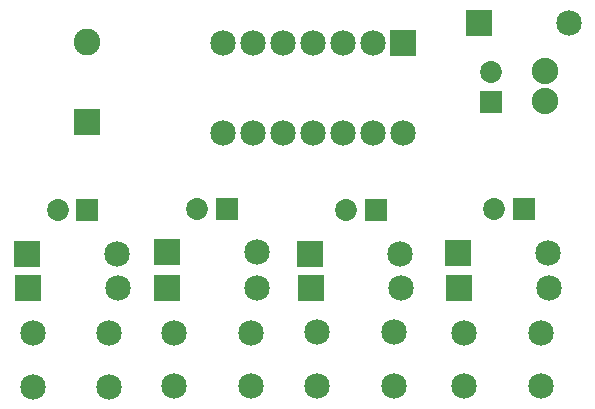
<source format=gts>
G04 MADE WITH FRITZING*
G04 WWW.FRITZING.ORG*
G04 DOUBLE SIDED*
G04 HOLES PLATED*
G04 CONTOUR ON CENTER OF CONTOUR VECTOR*
%ASAXBY*%
%FSLAX23Y23*%
%MOIN*%
%OFA0B0*%
%SFA1.0B1.0*%
%ADD10C,0.085000*%
%ADD11C,0.072992*%
%ADD12C,0.088000*%
%ADD13C,0.088833*%
%ADD14R,0.085000X0.085000*%
%ADD15R,0.072992X0.072992*%
%ADD16R,0.088819X0.088847*%
%LNMASK1*%
G90*
G70*
G54D10*
X1346Y1238D03*
X1346Y938D03*
X1246Y1238D03*
X1246Y938D03*
X1146Y1238D03*
X1146Y938D03*
X1046Y1238D03*
X1046Y938D03*
X946Y1238D03*
X946Y938D03*
X846Y1238D03*
X846Y938D03*
X746Y1238D03*
X746Y938D03*
G54D11*
X1254Y684D03*
X1156Y684D03*
X758Y685D03*
X659Y685D03*
X292Y682D03*
X194Y682D03*
X1748Y687D03*
X1649Y687D03*
G54D10*
X839Y95D03*
X583Y95D03*
X839Y272D03*
X583Y272D03*
X1315Y97D03*
X1059Y97D03*
X1315Y275D03*
X1059Y275D03*
X1806Y97D03*
X1550Y97D03*
X1806Y274D03*
X1550Y274D03*
X367Y94D03*
X111Y94D03*
X367Y271D03*
X111Y271D03*
X1530Y538D03*
X1830Y538D03*
X1035Y537D03*
X1335Y537D03*
X558Y541D03*
X858Y541D03*
X1532Y423D03*
X1832Y423D03*
X1039Y423D03*
X1339Y423D03*
X559Y423D03*
X859Y423D03*
X96Y424D03*
X396Y424D03*
X92Y535D03*
X392Y535D03*
G54D12*
X1818Y1046D03*
X1818Y1146D03*
G54D11*
X1639Y1044D03*
X1639Y1142D03*
G54D10*
X1598Y1307D03*
X1898Y1307D03*
G54D13*
X291Y976D03*
X291Y1244D03*
G54D14*
X1346Y1238D03*
G54D15*
X1254Y684D03*
X758Y685D03*
X292Y682D03*
X1748Y687D03*
G54D14*
X1530Y538D03*
X1035Y537D03*
X558Y541D03*
X1532Y423D03*
X1039Y423D03*
X559Y423D03*
X96Y424D03*
X92Y535D03*
G54D15*
X1639Y1044D03*
G54D14*
X1598Y1307D03*
G54D16*
X291Y976D03*
G04 End of Mask1*
M02*
</source>
